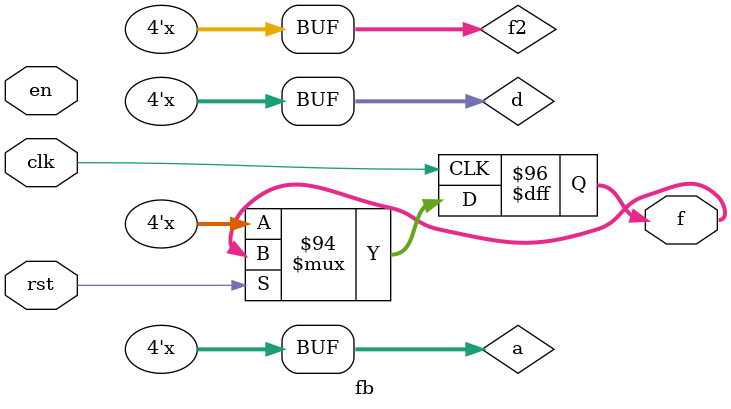
<source format=v>
`timescale 1ns / 1ps
`timescale 1ns / 1ps

module fb #(parameter WIDTH = 4)(
input rst,
input clk,
input en,
output reg [WIDTH-1:0] f
);


localparam [1:0] idle = 2'b00, op = 2'b01, done = 2'b10;
reg [1:0] pstate, nstate;
reg [WIDTH-1:0] a, d, f2;

always @ (posedge clk) begin
    if(rst) begin pstate<=0; a=0; d=1; end
    else begin pstate<=nstate; f <= f2; end
end

always @ (*) begin
    case(pstate)
    idle:
        if (en) nstate = op;
        else nstate = idle;
     op: begin
        if(en) begin
            if ( (a+d) < 2**WIDTH) begin
            f2 = a + d;
            a = d;
            d = f2;
            end
            else nstate = done;
        end
        else nstate=op;
        end
    // done: begin
    // a = 0;
    // d = 0;
    // end
    endcase
end
endmodule
</source>
